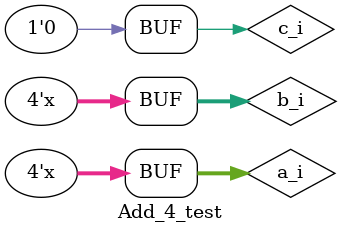
<source format=v>
`timescale 1ns / 1ps


module Add_4_test;

    reg [3:0]a_i;
    reg [3:0]b_i;
    reg c_i;


    wire [3:0]sum_0;
    wire [3:0] carry_0;

  
    Add_4 uup(.a_i(a_i),.b_i(b_i),.c_i(c_i),.sum_0(sum_0),.carry_0(carry_0));
    initial
    begin
        a_i = 4'b0000; b_i = 4'b0000; c_i = 0;
    end
    always begin
    #10 {a_i,b_i} = {a_i,b_i}+4'b0001;
    end
//        #10 a_i = 4'b0010; b_i = 4'b0010; c_i = 0;
//        #10 a_i = 4'b0101; b_i = 4'b0110; c_i = 0;
//        #10 a_i = 4'b1000; b_i = 4'b1000; c_i = 1;
//        #10 a_i = 4'b1010; b_i = 4'b1010; c_i = 1;


endmodule




</source>
